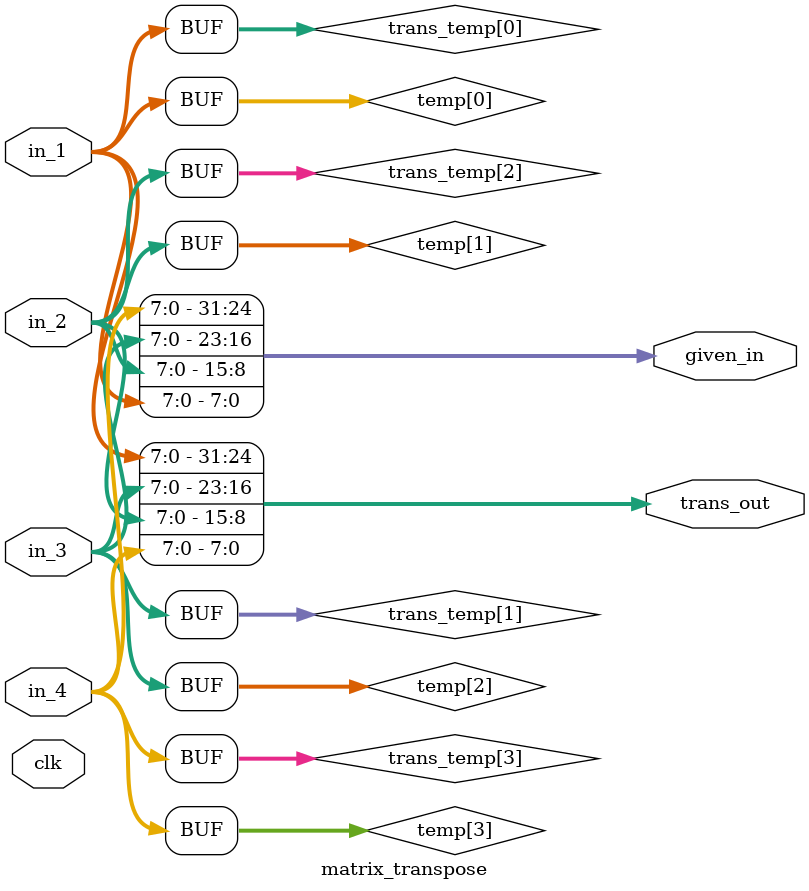
<source format=sv>
module matrix_transpose(

 input clk,
 input [7:0] in_1,
 input [7:0] in_2,
 input [7:0] in_3,
 input [7:0] in_4,
 
 output  [31:0] given_in,
 output  [31:0] trans_out
);

wire [7:0] temp [1:0][1:0];
wire [7:0] trans_temp [1:0][1:0];

  
genvar ROW,COLUMN;

assign temp[0][0] = in_1;
assign temp[0][1] = in_2;
assign temp[1][0] = in_3;
assign temp[1][1] = in_4;

for (COLUMN=0;COLUMN<2;COLUMN=COLUMN+1) begin
for (ROW=0;ROW<2;ROW=ROW+1) begin
assign trans_temp[COLUMN][ROW] = temp[ROW][COLUMN];
end
end

assign given_in = {{temp[1][1]},{temp[1][0]},{temp[0][1]},{temp[0][0]}};
assign trans_out = {trans_temp[0][0],trans_temp[0][1],trans_temp[1][0],trans_temp[1][1]};
endmodule

</source>
